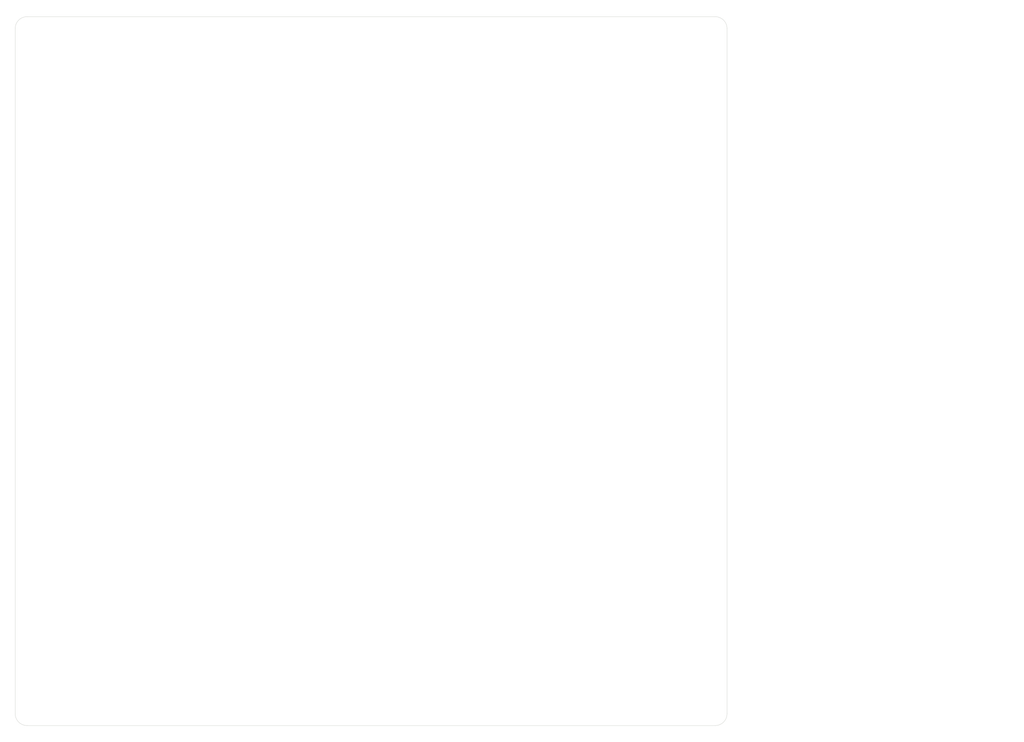
<source format=kicad_pcb>
(kicad_pcb (version 20240108) (generator "pcbnew") (generator_version "8.0")
  (layers (0 "F.Cu" signal) (31 "B.Cu" signal) (34 "B.Paste" user) (35 "F.Paste" user) (36 "B.SilkS" user "B.Silkscreen") (37 "F.SilkS" user "F.Silkscreen") (38 "B.Mask" user) (39 "F.Mask" user) (44 "Edge.Cuts" user))
  (net 0 "")
  (footprint "MeineBib:EigenesMountingHole_3.2mm_M3_Small" (layer "B.Cu") (at 108.2 66.4 180)
    (property "Reference" "MK2" (hide yes))
    (property "Value" "Mounting_Hole")
    (pad "" np_thru_hole circle (at 0 0 180) (size 3.2 3.2) (drill 3.2) (layers "F&B.Cu" "*.Mask") (clearance 1.8))
  )
  (footprint "MeineBib:EigenesMountingHole_3.2mm_M3_Small" (layer "B.Cu") (at 194.2 122.4 180)
    (property "Reference" "MK2" (hide yes))
    (property "Value" "Mounting_Hole")
    (pad "" np_thru_hole circle (at 0 0 180) (size 3.2 3.2) (drill 3.2) (layers "F&B.Cu" "*.Mask") (clearance 1.8))
  )
  (footprint "MeineBib:EigenesMountingHole_3.2mm_M3_Small" (layer "B.Cu") (at 194.2 132.4 180)
    (property "Reference" "MK2" (hide yes))
    (property "Value" "Mounting_Hole")
    (pad "" np_thru_hole circle (at 0 0 180) (size 3.2 3.2) (drill 3.2) (layers "F&B.Cu" "*.Mask") (clearance 1.8))
  )
  (footprint "MeineBib:EigenesMountingHole_3.2mm_M3_Small" (layer "B.Cu") (at 194.2 66.4 180)
    (property "Reference" "MK2" (hide yes))
    (property "Value" "Mounting_Hole")
    (pad "" np_thru_hole circle (at 0 0 180) (size 3.2 3.2) (drill 3.2) (layers "F&B.Cu" "*.Mask") (clearance 1.8))
  )
  (footprint "MeineBib:EigenesMountingHole_3.2mm_M3_Small" (layer "B.Cu") (at 194.2 77.4 180)
    (property "Reference" "MK2" (hide yes))
    (property "Value" "Mounting_Hole")
    (pad "" np_thru_hole circle (at 0 0 180) (size 3.2 3.2) (drill 3.2) (layers "F&B.Cu" "*.Mask") (clearance 1.8))
  )
  (footprint "MeineBib:EigenesMountingHole_3.2mm_M3_Small" (layer "B.Cu") (at 108.2 132.4 180)
    (property "Reference" "MK2" (hide yes))
    (property "Value" "Mounting_Hole")
    (pad "" np_thru_hole circle (at 0 0 180) (size 3.2 3.2) (drill 3.2) (layers "F&B.Cu" "*.Mask") (clearance 1.8))
  )
  (footprint "MeineBib:EigenesMountingHole_3.2mm_M3_Small" (layer "B.Cu") (at 108.2 122.4 180)
    (property "Reference" "MK2" (hide yes))
    (property "Value" "Mounting_Hole")
    (pad "" np_thru_hole circle (at 0 0 180) (size 3.2 3.2) (drill 3.2) (layers "F&B.Cu" "*.Mask") (clearance 1.8))
  )
  (footprint "MeineBib:EigenesMountingHole_3.2mm_M3_Small" (layer "B.Cu") (at 108.2 77.4 180)
    (property "Reference" "MK2" (hide yes))
    (property "Value" "Mounting_Hole")
    (pad "" np_thru_hole circle (at 0 0 180) (size 3.2 3.2) (drill 3.2) (layers "F&B.Cu" "*.Mask") (clearance 1.8))
  )
  (gr_arc (start 103.2 53.2) (mid 103.668629 52.068629) (end 104.8 51.6) (stroke (width 0.05)) (layer "Edge.Cuts"))
  (gr_line (start 104.8 51.6) (end 197.6 51.6) (stroke (width 0.05)) (layer "Edge.Cuts"))
  (gr_line (start 103.2 53.2) (end 103.2 145.6) (stroke (width 0.05)) (layer "Edge.Cuts"))
  (gr_line (start 197.6 147.2) (end 104.8 147.2) (stroke (width 0.05)) (layer "Edge.Cuts"))
  (gr_arc (start 104.8 147.2) (mid 103.668629 146.731371) (end 103.2 145.6) (stroke (width 0.05)) (layer "Edge.Cuts"))
  (gr_arc (start 199.2 145.6) (mid 198.731371 146.731371) (end 197.6 147.2) (stroke (width 0.05)) (layer "Edge.Cuts"))
  (gr_arc (start 197.6 51.6) (mid 198.731371 52.068629) (end 199.2 53.2) (stroke (width 0.05)) (layer "Edge.Cuts"))
  (gr_line (start 199.2 53.2) (end 199.2 145.6) (stroke (width 0.05)) (layer "Edge.Cuts"))
)
</source>
